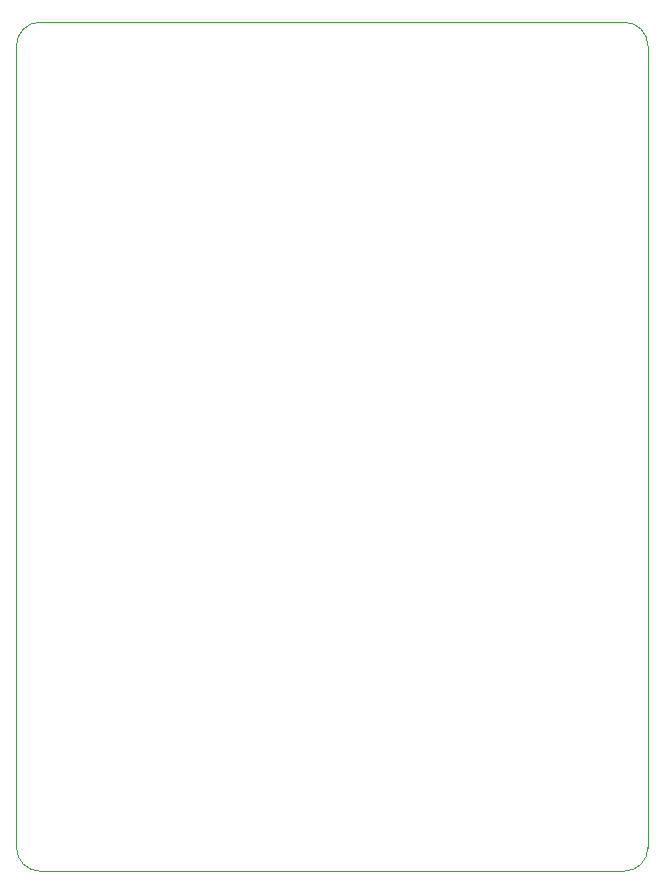
<source format=gm1>
G04 #@! TF.GenerationSoftware,KiCad,Pcbnew,7.0.9-7.0.9~ubuntu22.04.1*
G04 #@! TF.CreationDate,2023-12-05T21:20:48+02:00*
G04 #@! TF.ProjectId,iCE40HX-expansion,69434534-3048-4582-9d65-7870616e7369,rev?*
G04 #@! TF.SameCoordinates,Original*
G04 #@! TF.FileFunction,Profile,NP*
%FSLAX46Y46*%
G04 Gerber Fmt 4.6, Leading zero omitted, Abs format (unit mm)*
G04 Created by KiCad (PCBNEW 7.0.9-7.0.9~ubuntu22.04.1) date 2023-12-05 21:20:48*
%MOMM*%
%LPD*%
G01*
G04 APERTURE LIST*
G04 #@! TA.AperFunction,Profile*
%ADD10C,0.100000*%
G04 #@! TD*
G04 APERTURE END LIST*
D10*
X156972000Y-52419000D02*
G75*
G03*
X154972000Y-50419000I-2000000J0D01*
G01*
X156972000Y-52419000D02*
X156972000Y-120301000D01*
X103505000Y-120301000D02*
X103505000Y-52419000D01*
X154972000Y-122301000D02*
X105505000Y-122301000D01*
X103505000Y-120301000D02*
G75*
G03*
X105505000Y-122301000I2000000J0D01*
G01*
X105505000Y-50419000D02*
G75*
G03*
X103505000Y-52419000I0J-2000000D01*
G01*
X105505000Y-50419000D02*
X154972000Y-50419000D01*
X154972000Y-122301000D02*
G75*
G03*
X156972000Y-120301000I0J2000000D01*
G01*
M02*

</source>
